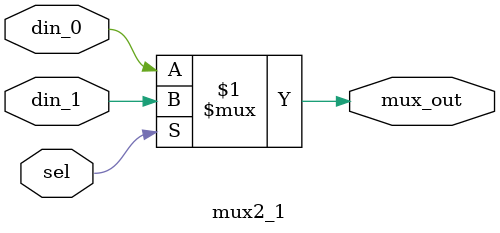
<source format=v>
 module  mux2_1(din_0      , // Mux first input
din_1      , // Mux Second input
sel        , // Select input
mux_out      // Mux output
 );
 //-----------Input Ports---------------
 input din_0, din_1, sel ;
 //-----------Output Ports---------------
 output mux_out;
 //------------Internal Variables--------
 wire  mux_out;
 //-------------Code Start-----------------
 assign mux_out = (sel) ? din_1 : din_0;
 
 endmodule //End Of Module mux
</source>
